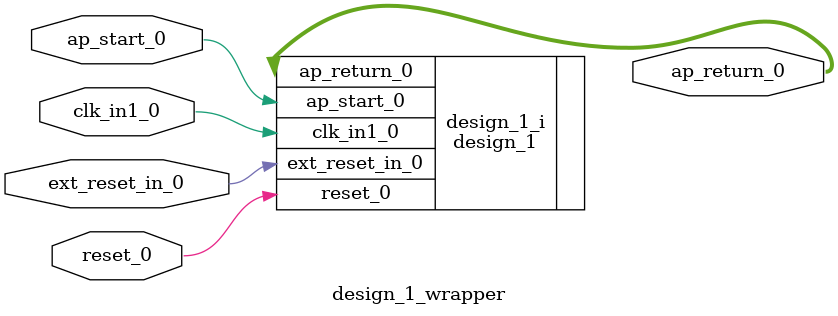
<source format=v>
`timescale 1 ps / 1 ps

module design_1_wrapper
   (ap_return_0,
    ap_start_0,
    clk_in1_0,
    ext_reset_in_0,
    reset_0);
  output [31:0]ap_return_0;
  input ap_start_0;
  input clk_in1_0;
  input ext_reset_in_0;
  input reset_0;

  wire [31:0]ap_return_0;
  wire ap_start_0;
  wire clk_in1_0;
  wire ext_reset_in_0;
  wire reset_0;

  design_1 design_1_i
       (.ap_return_0(ap_return_0),
        .ap_start_0(ap_start_0),
        .clk_in1_0(clk_in1_0),
        .ext_reset_in_0(ext_reset_in_0),
        .reset_0(reset_0));
endmodule

</source>
